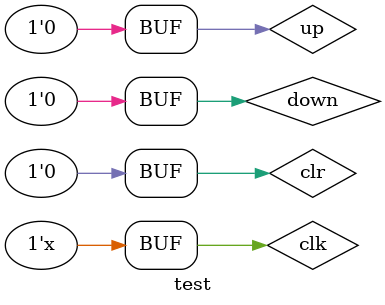
<source format=v>
`timescale 1ns / 1ps


module test;

	// Inputs
	reg clk;
	reg clr;
	reg up;
	reg down;

	// Outputs
	wire hSync;
	wire vSync;
	wire [7:0] rgb;
	wire [3:0] AN;
	wire [6:0] CA;

	// Instantiate the Unit Under Test (UUT)
	FlappyBird uut (
		.clk(clk), 
		.clr(clr), 
		.up(up), 
		.down(down), 
		.hSync(hSync), 
		.vSync(vSync), 
		.rgb(rgb), 
		.AN(AN), 
		.CA(CA)
	);

	initial begin
		// Initialize Inputs
		clk = 0;
		clr = 0;
		up = 0;
		down = 0;

		// Wait 100 ns for global reset to finish
		#100;
        
		// Add stimulus here

	end
     
	always begin
		#5;
		clk = ~clk;
	end
endmodule


</source>
